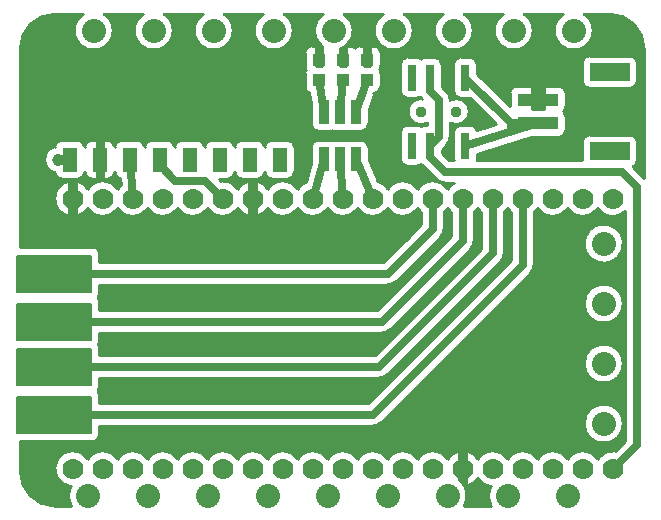
<source format=gtl>
G04 Generated by Ultiboard 12.0 *
%FSLAX25Y25*%
%MOIN*%

%ADD10C,0.00001*%
%ADD11C,0.01000*%
%ADD12C,0.00500*%
%ADD13C,0.02500*%
%ADD14R,0.05000X0.08000*%
%ADD15R,0.03543X0.07874*%
%ADD16C,0.03937*%
%ADD17C,0.09500*%
%ADD18C,0.08000*%
%ADD19R,0.04331X0.04331*%
%ADD20C,0.07000*%
%ADD21R,0.02953X0.08661*%
%ADD22C,0.03701*%
%ADD23R,0.13386X0.05906*%
%ADD24R,0.13780X0.04331*%


G04 ColorRGB 00FF00 for the following layer *
%LNCopper Top*%
%LPD*%
G54D10*
G36*
X173768Y83000D02*
X173768Y83000D01*
X173768Y100331D01*
G74*
D01*
G03X175000Y101683I3766J4669*
G01*
G75*
D01*
G03X185000Y101683I5000J3317*
G01*
G75*
D01*
G03X195000Y101683I5000J3317*
G01*
G75*
D01*
G03X204232Y100747I5000J3317*
G01*
X204232Y100747D01*
X204232Y24361D01*
X200815Y20944D01*
G75*
D01*
G03X195000Y18317I-816J-5943*
G01*
G75*
D01*
G03X185000Y18317I-5000J-3317*
G01*
G75*
D01*
G03X175000Y18317I-5000J-3317*
G01*
G75*
D01*
G03X165000Y18317I-5000J-3317*
G01*
G75*
D01*
G03X155000Y18317I-5000J-3317*
G01*
G74*
D01*
G03X151243Y20870I5000J3317*
G01*
X151243Y20870D01*
X151243Y16693D01*
G75*
D01*
G03X148757Y16693I-1243J-1693*
G01*
X148757Y16693D01*
X148757Y20870D01*
G74*
D01*
G03X145000Y18317I1243J5870*
G01*
G75*
D01*
G03X135000Y18317I-5000J-3317*
G01*
G75*
D01*
G03X125000Y18317I-5000J-3317*
G01*
G75*
D01*
G03X115000Y18317I-5000J-3317*
G01*
G75*
D01*
G03X105000Y18317I-5000J-3317*
G01*
G75*
D01*
G03X95000Y18317I-5000J-3317*
G01*
G75*
D01*
G03X85000Y18317I-5000J-3317*
G01*
G75*
D01*
G03X75000Y18317I-5000J-3317*
G01*
G75*
D01*
G03X65000Y18317I-5000J-3317*
G01*
G75*
D01*
G03X55000Y18317I-5000J-3317*
G01*
G75*
D01*
G03X45000Y18317I-5000J-3317*
G01*
G75*
D01*
G03X35000Y18317I-5000J-3317*
G01*
G75*
D01*
G03X25000Y18317I-5000J-3317*
G01*
G75*
D01*
G03X19258Y9046I-5000J-3317*
G01*
G75*
D01*
G03X19515Y2512I5741J-3046*
G01*
X19515Y2512D01*
X14115Y2512D01*
G74*
D01*
G03X14036Y2513I71J2512*
G01*
G75*
D01*
G02X2513Y14036I0J11523*
G01*
G74*
D01*
G03X2512Y14115I2513J8*
G01*
X2512Y14115D01*
X2512Y24084D01*
X27083Y24084D01*
G75*
D01*
G03X28671Y25672I0J1588*
G01*
X28671Y25672D01*
X28671Y29232D01*
X119996Y29232D01*
G75*
D01*
G03X121349Y29481I6J3768*
G01*
G74*
D01*
G03X122668Y30339I1350J3518*
G01*
X122668Y30339D01*
X172661Y80332D01*
G75*
D01*
G03X173768Y83000I-2661J2668*
G01*
D02*
G37*
%LPC*%
G36*
X190807Y91975D02*
G75*
D01*
G03X190807Y91975I6193J-1975*
G01*
D02*
G37*
G36*
X190500Y30000D02*
G75*
D01*
G03X190500Y30000I6500J0*
G01*
D02*
G37*
G36*
X190500Y50000D02*
G75*
D01*
G03X190500Y50000I6500J0*
G01*
D02*
G37*
G36*
X190500Y70000D02*
G75*
D01*
G03X190500Y70000I6500J0*
G01*
D02*
G37*
%LPD*%
G36*
X83517Y166488D02*
G75*
D01*
G03X90483Y166488I3483J-5487*
G01*
X90483Y166488D01*
X103517Y166488D01*
G75*
D01*
G03X102969Y155901I3481J-5488*
G01*
X102969Y155901D01*
X102969Y149331D01*
X101031Y149331D01*
X101031Y156024D01*
X99835Y156024D01*
G75*
D01*
G03X97323Y153512I0J-2512*
G01*
X97323Y153512D01*
X97323Y149181D01*
G75*
D01*
G03X97618Y148000I2512J0*
G01*
G74*
D01*
G03X97323Y146819I2216J1181*
G01*
X97323Y146819D01*
X97323Y142488D01*
G75*
D01*
G03X98888Y140161I2512J0*
G01*
X98888Y140161D01*
X99401Y136880D01*
X99401Y129937D01*
G75*
D01*
G03X101913Y127425I2512J0*
G01*
X101913Y127425D01*
X105457Y127425D01*
G74*
D01*
G03X106343Y127586I1J2512*
G01*
G75*
D01*
G03X107228Y127425I885J2351*
G01*
X107228Y127425D01*
X110772Y127425D01*
G74*
D01*
G03X111657Y127586I0J2512*
G01*
G75*
D01*
G03X112543Y127425I885J2351*
G01*
X112543Y127425D01*
X116087Y127425D01*
G75*
D01*
G03X118599Y129937I0J2512*
G01*
X118599Y129937D01*
X118599Y134756D01*
X120387Y139986D01*
G75*
D01*
G03X122677Y142488I-221J2501*
G01*
X122677Y142488D01*
X122677Y146819D01*
G74*
D01*
G03X122382Y148000I2512J0*
G01*
G75*
D01*
G03X122677Y149181I-2216J1181*
G01*
X122677Y149181D01*
X122677Y153512D01*
G74*
D01*
G03X120165Y156024I2512J0*
G01*
X120165Y156024D01*
X118969Y156024D01*
X118969Y149331D01*
X117031Y149331D01*
X117031Y156024D01*
X115835Y156024D01*
G75*
D01*
G03X114000Y155228I0J-2512*
G01*
G74*
D01*
G03X112165Y156024I1835J1716*
G01*
X112165Y156024D01*
X111182Y156024D01*
G75*
D01*
G03X110483Y166488I-4180J4976*
G01*
X110483Y166488D01*
X123517Y166488D01*
G75*
D01*
G03X130483Y166488I3483J-5487*
G01*
X130483Y166488D01*
X143517Y166488D01*
G75*
D01*
G03X150483Y166488I3483J-5487*
G01*
X150483Y166488D01*
X163517Y166488D01*
G75*
D01*
G03X170483Y166488I3483J-5487*
G01*
X170483Y166488D01*
X183517Y166488D01*
G75*
D01*
G03X190483Y166488I3483J-5487*
G01*
X190483Y166488D01*
X198885Y166488D01*
G75*
D01*
G03X198964Y166487I71J2512*
G01*
G74*
D01*
G02X210487Y154964I0J11523*
G01*
G75*
D01*
G03X210488Y154885I2513J-8*
G01*
X210488Y154885D01*
X210488Y111841D01*
X206750Y115579D01*
G75*
D01*
G03X208205Y117858I-1057J2279*
G01*
X208205Y117858D01*
X208205Y123764D01*
G74*
D01*
G03X205693Y126276I2512J0*
G01*
X205693Y126276D01*
X192307Y126276D01*
G75*
D01*
G03X189795Y123764I0J-2512*
G01*
X189795Y123764D01*
X189795Y117858D01*
G75*
D01*
G03X189797Y117768I2512J11*
G01*
X189797Y117768D01*
X154778Y117768D01*
G75*
D01*
G03X154847Y118350I-2442J585*
G01*
X154847Y118350D01*
X154847Y119960D01*
X172589Y125386D01*
X181890Y125386D01*
G75*
D01*
G03X184402Y127898I0J2512*
G01*
X184402Y127898D01*
X184402Y132228D01*
G74*
D01*
G03X183671Y134000I2512J1*
G01*
G75*
D01*
G03X184402Y135772I-1781J1771*
G01*
X184402Y135772D01*
X184402Y140102D01*
G74*
D01*
G03X181890Y142614I2512J0*
G01*
X181890Y142614D01*
X176947Y142614D01*
X176947Y134740D01*
X173053Y134740D01*
X173053Y142614D01*
X168110Y142614D01*
G75*
D01*
G03X165598Y140102I0J-2512*
G01*
X165598Y140102D01*
X165598Y135908D01*
X154847Y146659D01*
X154847Y149650D01*
G74*
D01*
G03X152335Y152162I2512J0*
G01*
X152335Y152162D01*
X149382Y152162D01*
G75*
D01*
G03X146870Y149650I0J-2512*
G01*
X146870Y149650D01*
X146870Y140988D01*
G75*
D01*
G03X149382Y138476I2512J0*
G01*
X149382Y138476D01*
X152335Y138476D01*
G74*
D01*
G03X152372Y138476I19J2512*
G01*
X152372Y138476D01*
X161096Y129752D01*
X154719Y127802D01*
G74*
D01*
G03X152335Y129524I2384J789*
G01*
X152335Y129524D01*
X149382Y129524D01*
G75*
D01*
G03X146870Y127012I0J-2512*
G01*
X146870Y127012D01*
X146870Y118350D01*
G75*
D01*
G03X146938Y117768I2512J-1*
G01*
X146938Y117768D01*
X145561Y117768D01*
X143036Y120293D01*
X143036Y121341D01*
X144661Y122966D01*
G75*
D01*
G03X145768Y125634I-2661J2668*
G01*
X145768Y125634D01*
X145768Y130211D01*
G75*
D01*
G03X145768Y137789I2137J3789*
G01*
X145768Y137789D01*
X145768Y138000D01*
G74*
D01*
G03X144661Y140668I3768J0*
G01*
X144661Y140668D01*
X143036Y142293D01*
X143036Y149650D01*
G74*
D01*
G03X140524Y152162I2512J0*
G01*
X140524Y152162D01*
X137571Y152162D01*
G75*
D01*
G03X136094Y151682I0J-2512*
G01*
G74*
D01*
G03X134618Y152162I1477J2031*
G01*
X134618Y152162D01*
X131665Y152162D01*
G75*
D01*
G03X129153Y149650I0J-2512*
G01*
X129153Y149650D01*
X129153Y140988D01*
G75*
D01*
G03X131665Y138476I2512J0*
G01*
X131665Y138476D01*
X134618Y138476D01*
G74*
D01*
G03X135925Y138843I0J2512*
G01*
G74*
D01*
G03X136328Y138344I3122J2109*
G01*
G75*
D01*
G03X138232Y130211I-232J-4344*
G01*
X138232Y130211D01*
X138232Y129524D01*
X137571Y129524D01*
G75*
D01*
G03X136094Y129044I0J-2512*
G01*
G74*
D01*
G03X134618Y129524I1477J2031*
G01*
X134618Y129524D01*
X131665Y129524D01*
G75*
D01*
G03X129153Y127012I0J-2512*
G01*
X129153Y127012D01*
X129153Y118350D01*
G75*
D01*
G03X131665Y115838I2512J0*
G01*
X131665Y115838D01*
X134618Y115838D01*
G74*
D01*
G03X136094Y116318I1J2512*
G01*
G74*
D01*
G03X136663Y116008I1476J2032*
G01*
X136663Y116008D01*
X141336Y111336D01*
G75*
D01*
G03X144004Y110232I2664J2663*
G01*
X144004Y110232D01*
X147063Y110232D01*
G74*
D01*
G03X145000Y108317I2936J5232*
G01*
G75*
D01*
G03X135000Y108317I-5000J-3317*
G01*
G75*
D01*
G03X125000Y108317I-5000J-3317*
G01*
G74*
D01*
G03X121602Y110782I5000J3317*
G01*
X121602Y110782D01*
X118599Y117716D01*
X118599Y122063D01*
G74*
D01*
G03X116087Y124575I2512J0*
G01*
X116087Y124575D01*
X112543Y124575D01*
G75*
D01*
G03X111657Y124414I-1J-2512*
G01*
G74*
D01*
G03X110772Y124575I885J2351*
G01*
X110772Y124575D01*
X107228Y124575D01*
G75*
D01*
G03X106343Y124414I0J-2512*
G01*
G74*
D01*
G03X105457Y124575I885J2351*
G01*
X105457Y124575D01*
X101913Y124575D01*
G75*
D01*
G03X99401Y122063I0J-2512*
G01*
X99401Y122063D01*
X99401Y116808D01*
X97634Y110514D01*
G74*
D01*
G03X95000Y108317I2366J5514*
G01*
G75*
D01*
G03X85000Y108317I-5000J-3317*
G01*
G74*
D01*
G03X81243Y110870I5000J3317*
G01*
X81243Y110870D01*
X81243Y106693D01*
G75*
D01*
G03X78757Y106693I-1243J-1693*
G01*
X78757Y106693D01*
X78757Y110870D01*
G74*
D01*
G03X75000Y108317I1243J5870*
G01*
G75*
D01*
G03X69363Y110966I-5000J-3317*
G01*
X69363Y110966D01*
X68841Y111488D01*
X71500Y111488D01*
G74*
D01*
G03X74000Y113754I0J2512*
G01*
G75*
D01*
G03X76500Y111488I2500J246*
G01*
X76500Y111488D01*
X81500Y111488D01*
G74*
D01*
G03X84000Y113754I0J2512*
G01*
G75*
D01*
G03X86500Y111488I2500J246*
G01*
X86500Y111488D01*
X91500Y111488D01*
G75*
D01*
G03X94012Y114000I0J2512*
G01*
X94012Y114000D01*
X94012Y122000D01*
G74*
D01*
G03X91500Y124512I2512J0*
G01*
X91500Y124512D01*
X86500Y124512D01*
G75*
D01*
G03X84000Y122246I0J-2512*
G01*
G74*
D01*
G03X81500Y124512I2500J246*
G01*
X81500Y124512D01*
X76500Y124512D01*
G75*
D01*
G03X74000Y122246I0J-2512*
G01*
G74*
D01*
G03X71500Y124512I2500J246*
G01*
X71500Y124512D01*
X66500Y124512D01*
G75*
D01*
G03X64000Y122246I0J-2512*
G01*
G74*
D01*
G03X61500Y124512I2500J246*
G01*
X61500Y124512D01*
X56500Y124512D01*
G75*
D01*
G03X54000Y122246I0J-2512*
G01*
G74*
D01*
G03X51500Y124512I2500J246*
G01*
X51500Y124512D01*
X46500Y124512D01*
G75*
D01*
G03X44000Y122246I0J-2512*
G01*
G74*
D01*
G03X41500Y124512I2500J246*
G01*
X41500Y124512D01*
X36500Y124512D01*
G75*
D01*
G03X34000Y122246I0J-2512*
G01*
G74*
D01*
G03X31500Y124512I2500J246*
G01*
X31500Y124512D01*
X30038Y124512D01*
X30038Y111488D01*
X31500Y111488D01*
G74*
D01*
G03X34000Y113754I0J2512*
G01*
G74*
D01*
G03X35916Y111557I2500J246*
G01*
X35916Y111557D01*
X36072Y109535D01*
G74*
D01*
G03X35000Y108317I3926J4536*
G01*
G75*
D01*
G03X25000Y108317I-5000J-3317*
G01*
G74*
D01*
G03X21243Y110870I5000J3317*
G01*
X21243Y110870D01*
X21243Y106693D01*
G75*
D01*
G03X18757Y106693I-1243J-1693*
G01*
X18757Y106693D01*
X18757Y110870D01*
G75*
D01*
G03X18757Y99130I1242J-5870*
G01*
X18757Y99130D01*
X18757Y103307D01*
G75*
D01*
G03X21243Y103307I1243J1693*
G01*
X21243Y103307D01*
X21243Y99130D01*
G74*
D01*
G03X25000Y101683I1243J5870*
G01*
G75*
D01*
G03X35000Y101683I5000J3317*
G01*
G75*
D01*
G03X45000Y101683I5000J3317*
G01*
G75*
D01*
G03X55000Y101683I5000J3317*
G01*
G75*
D01*
G03X65000Y101683I5000J3317*
G01*
G75*
D01*
G03X75000Y101683I5000J3317*
G01*
G74*
D01*
G03X78757Y99130I5000J3317*
G01*
X78757Y99130D01*
X78757Y103307D01*
G75*
D01*
G03X81243Y103307I1243J1693*
G01*
X81243Y103307D01*
X81243Y99130D01*
G74*
D01*
G03X85000Y101683I1243J5870*
G01*
G75*
D01*
G03X95000Y101683I5000J3317*
G01*
G75*
D01*
G03X105000Y101683I5000J3317*
G01*
G75*
D01*
G03X115000Y101683I5000J3317*
G01*
G75*
D01*
G03X125000Y101683I5000J3317*
G01*
G75*
D01*
G03X135000Y101683I5000J3317*
G01*
G74*
D01*
G03X136232Y100331I4999J3318*
G01*
X136232Y100331D01*
X136232Y96561D01*
X131646Y91975D01*
X123439Y83768D01*
X28750Y83768D01*
X28750Y87162D01*
G74*
D01*
G03X27162Y88750I1588J0*
G01*
X27162Y88750D01*
X2512Y88750D01*
X2512Y154885D01*
G75*
D01*
G03X2513Y154964I-2512J71*
G01*
G75*
D01*
G02X14036Y166487I11523J0*
G01*
G74*
D01*
G03X14115Y166488I8J2513*
G01*
X14115Y166488D01*
X23517Y166488D01*
G75*
D01*
G03X30483Y166488I3483J-5487*
G01*
X30483Y166488D01*
X43517Y166488D01*
G75*
D01*
G03X50483Y166488I3483J-5487*
G01*
X50483Y166488D01*
X63517Y166488D01*
G75*
D01*
G03X70483Y166488I3483J-5487*
G01*
X70483Y166488D01*
X83517Y166488D01*
D02*
G37*
%LPC*%
G36*
X208205Y144236D02*
X208205Y144236D01*
X208205Y150142D01*
G74*
D01*
G03X205693Y152654I2512J0*
G01*
X205693Y152654D01*
X192307Y152654D01*
G75*
D01*
G03X189795Y150142I0J-2512*
G01*
X189795Y150142D01*
X189795Y144236D01*
G75*
D01*
G03X192307Y141724I2512J0*
G01*
X192307Y141724D01*
X205693Y141724D01*
G75*
D01*
G03X208205Y144236I0J2512*
G01*
D02*
G37*
G36*
X24000Y113754D02*
G75*
D01*
G03X26500Y111488I2500J246*
G01*
X26500Y111488D01*
X27962Y111488D01*
X27962Y124512D01*
X26500Y124512D01*
G75*
D01*
G03X24000Y122246I0J-2512*
G01*
G74*
D01*
G03X21500Y124512I2500J246*
G01*
X21500Y124512D01*
X16500Y124512D01*
G75*
D01*
G03X14014Y122358I0J-2512*
G01*
G75*
D01*
G03X14014Y113642I985J-4358*
G01*
G75*
D01*
G03X16500Y111488I2485J357*
G01*
X16500Y111488D01*
X21500Y111488D01*
G74*
D01*
G03X24000Y113754I0J2512*
G01*
D02*
G37*
%LPD*%
G36*
X28671Y39996D02*
X28671Y39996D01*
X28671Y36768D01*
X118439Y36768D01*
X166232Y84561D01*
X166232Y100331D01*
G74*
D01*
G02X165000Y101683I3766J4669*
G01*
G74*
D01*
G02X163768Y100331I4999J3318*
G01*
X163768Y100331D01*
X163768Y86750D01*
G75*
D01*
G02X162661Y84082I-3768J0*
G01*
X162661Y84082D01*
X124918Y46339D01*
G74*
D01*
G02X123358Y45399I2667J2662*
G01*
G75*
D01*
G02X122246Y45232I-1109J3600*
G01*
X122246Y45232D01*
X28671Y45232D01*
X28671Y41672D01*
G75*
D01*
G02X28432Y40834I-1588J0*
G01*
G74*
D01*
G02X28671Y39996I1349J838*
G01*
D02*
G37*
G36*
X153768Y91000D02*
X153768Y91000D01*
X153768Y100331D01*
G74*
D01*
G03X155000Y101683I3766J4669*
G01*
G74*
D01*
G03X156232Y100331I4999J3318*
G01*
X156232Y100331D01*
X156232Y88311D01*
X120689Y52768D01*
X28671Y52768D01*
X28671Y55996D01*
G74*
D01*
G03X28646Y56273I1588J4*
G01*
G75*
D01*
G03X28750Y56838I-1483J565*
G01*
X28750Y56838D01*
X28750Y60232D01*
X122996Y60232D01*
G75*
D01*
G03X124179Y60421I5J3768*
G01*
G74*
D01*
G03X125668Y61339I1179J3579*
G01*
X125668Y61339D01*
X152661Y88332D01*
G75*
D01*
G03X153768Y91000I-2661J2668*
G01*
D02*
G37*
G36*
X28750Y71162D02*
X28750Y71162D01*
X28750Y67768D01*
X121439Y67768D01*
X146232Y92561D01*
X146232Y100331D01*
G74*
D01*
G02X145000Y101683I3766J4669*
G01*
G74*
D01*
G02X143768Y100331I4999J3318*
G01*
X143768Y100331D01*
X143768Y95000D01*
G75*
D01*
G02X142661Y92332I-3768J0*
G01*
X142661Y92332D01*
X142304Y91975D01*
X142304Y91975D01*
X127668Y77339D01*
G74*
D01*
G02X125389Y76252I2668J2661*
G01*
G75*
D01*
G02X124998Y76232I-388J3748*
G01*
X124998Y76232D01*
X28750Y76232D01*
X28750Y72838D01*
G75*
D01*
G02X28511Y72000I-1588J0*
G01*
G74*
D01*
G02X28750Y71162I1349J838*
G01*
D02*
G37*
G36*
X1256Y74000D02*
X1256Y74000D01*
X1256Y86000D01*
X26000Y86000D01*
X26000Y74000D01*
X1256Y74000D01*
D02*
G37*
G36*
X1256Y58000D02*
X1256Y58000D01*
X1256Y70000D01*
X26000Y70000D01*
X26000Y58000D01*
X1256Y58000D01*
D02*
G37*
G36*
X1256Y42834D02*
X1256Y42834D01*
X1256Y54834D01*
X25921Y54834D01*
X25921Y42834D01*
X1256Y42834D01*
D02*
G37*
G36*
X1256Y26834D02*
X1256Y26834D01*
X1256Y38834D01*
X25921Y38834D01*
X25921Y26834D01*
X1256Y26834D01*
D02*
G37*
G36*
X155000Y11683D02*
G74*
D01*
G02X151243Y9130I5000J3317*
G01*
X151243Y9130D01*
X151243Y13307D01*
G75*
D01*
G02X148757Y13307I-1243J1693*
G01*
X148757Y13307D01*
X148757Y11304D01*
G75*
D01*
G02X150485Y2512I-3756J-5304*
G01*
X150485Y2512D01*
X159515Y2512D01*
G75*
D01*
G02X159258Y9046I5485J3488*
G01*
G74*
D01*
G02X155000Y11683I742J5954*
G01*
D02*
G37*
G36*
X109031Y154826D02*
G74*
D01*
G03X110969Y155852I2028J6174*
G01*
X110969Y155852D01*
X110969Y149331D01*
X109031Y149331D01*
X109031Y154826D01*
D02*
G37*
G54D11*
X190807Y91975D02*
G75*
D01*
G03X190807Y91975I6193J-1975*
G01*
X190500Y30000D02*
G75*
D01*
G03X190500Y30000I6500J0*
G01*
X190500Y50000D02*
G75*
D01*
G03X190500Y50000I6500J0*
G01*
X190500Y70000D02*
G75*
D01*
G03X190500Y70000I6500J0*
G01*
X173768Y83000D02*
X173768Y100331D01*
G74*
D01*
G03X175000Y101683I3766J4669*
G01*
G75*
D01*
G03X185000Y101683I5000J3317*
G01*
G75*
D01*
G03X195000Y101683I5000J3317*
G01*
G75*
D01*
G03X204232Y100747I5000J3317*
G01*
X204232Y24361D01*
X200815Y20944D01*
G75*
D01*
G03X195000Y18317I-816J-5943*
G01*
G75*
D01*
G03X185000Y18317I-5000J-3317*
G01*
G75*
D01*
G03X175000Y18317I-5000J-3317*
G01*
G75*
D01*
G03X165000Y18317I-5000J-3317*
G01*
G75*
D01*
G03X155000Y18317I-5000J-3317*
G01*
G74*
D01*
G03X151243Y20870I5000J3317*
G01*
X151243Y16693D01*
G75*
D01*
G03X148757Y16693I-1243J-1693*
G01*
X148757Y20870D01*
G74*
D01*
G03X145000Y18317I1243J5870*
G01*
G75*
D01*
G03X135000Y18317I-5000J-3317*
G01*
G75*
D01*
G03X125000Y18317I-5000J-3317*
G01*
G75*
D01*
G03X115000Y18317I-5000J-3317*
G01*
G75*
D01*
G03X105000Y18317I-5000J-3317*
G01*
G75*
D01*
G03X95000Y18317I-5000J-3317*
G01*
G75*
D01*
G03X85000Y18317I-5000J-3317*
G01*
G75*
D01*
G03X75000Y18317I-5000J-3317*
G01*
G75*
D01*
G03X65000Y18317I-5000J-3317*
G01*
G75*
D01*
G03X55000Y18317I-5000J-3317*
G01*
G75*
D01*
G03X45000Y18317I-5000J-3317*
G01*
G75*
D01*
G03X35000Y18317I-5000J-3317*
G01*
G75*
D01*
G03X25000Y18317I-5000J-3317*
G01*
G75*
D01*
G03X19258Y9046I-5000J-3317*
G01*
G75*
D01*
G03X19515Y2512I5741J-3046*
G01*
X14115Y2512D01*
G74*
D01*
G03X14036Y2513I71J2512*
G01*
G75*
D01*
G02X2513Y14036I0J11523*
G01*
G74*
D01*
G03X2512Y14115I2513J8*
G01*
X2512Y24084D01*
X27083Y24084D01*
G75*
D01*
G03X28671Y25672I0J1588*
G01*
X28671Y29232D01*
X119996Y29232D01*
G75*
D01*
G03X121349Y29481I6J3768*
G01*
G74*
D01*
G03X122668Y30339I1350J3518*
G01*
X172661Y80332D01*
G75*
D01*
G03X173768Y83000I-2661J2668*
G01*
X155000Y11683D02*
G74*
D01*
G02X151243Y9130I5000J3317*
G01*
X151243Y13307D01*
G75*
D01*
G02X148757Y13307I-1243J1693*
G01*
X148757Y11304D01*
G75*
D01*
G02X150485Y2512I-3756J-5304*
G01*
X159515Y2512D01*
G75*
D01*
G02X159258Y9046I5485J3488*
G01*
G74*
D01*
G02X155000Y11683I742J5954*
G01*
X28671Y39996D02*
X28671Y36768D01*
X118439Y36768D01*
X166232Y84561D01*
X166232Y100331D01*
G74*
D01*
G02X165000Y101683I3766J4669*
G01*
G74*
D01*
G02X163768Y100331I4999J3318*
G01*
X163768Y86750D01*
G75*
D01*
G02X162661Y84082I-3768J0*
G01*
X124918Y46339D01*
G74*
D01*
G02X123358Y45399I2667J2662*
G01*
G75*
D01*
G02X122246Y45232I-1109J3600*
G01*
X28671Y45232D01*
X28671Y41672D01*
G75*
D01*
G02X28432Y40834I-1588J0*
G01*
G74*
D01*
G02X28671Y39996I1349J838*
G01*
X153768Y91000D02*
X153768Y100331D01*
G74*
D01*
G03X155000Y101683I3766J4669*
G01*
G74*
D01*
G03X156232Y100331I4999J3318*
G01*
X156232Y88311D01*
X120689Y52768D01*
X28671Y52768D01*
X28671Y55996D01*
G74*
D01*
G03X28646Y56273I1588J4*
G01*
G75*
D01*
G03X28750Y56838I-1483J565*
G01*
X28750Y60232D01*
X122996Y60232D01*
G75*
D01*
G03X124179Y60421I5J3768*
G01*
G74*
D01*
G03X125668Y61339I1179J3579*
G01*
X152661Y88332D01*
G75*
D01*
G03X153768Y91000I-2661J2668*
G01*
X28750Y71162D02*
X28750Y67768D01*
X121439Y67768D01*
X146232Y92561D01*
X146232Y100331D01*
G74*
D01*
G02X145000Y101683I3766J4669*
G01*
G74*
D01*
G02X143768Y100331I4999J3318*
G01*
X143768Y95000D01*
G75*
D01*
G02X142661Y92332I-3768J0*
G01*
X142304Y91975D01*
X142304Y91975D01*
X127668Y77339D01*
G74*
D01*
G02X125389Y76252I2668J2661*
G01*
G75*
D01*
G02X124998Y76232I-388J3748*
G01*
X28750Y76232D01*
X28750Y72838D01*
G75*
D01*
G02X28511Y72000I-1588J0*
G01*
G74*
D01*
G02X28750Y71162I1349J838*
G01*
X208205Y144236D02*
X208205Y150142D01*
G74*
D01*
G03X205693Y152654I2512J0*
G01*
X192307Y152654D01*
G75*
D01*
G03X189795Y150142I0J-2512*
G01*
X189795Y144236D01*
G75*
D01*
G03X192307Y141724I2512J0*
G01*
X205693Y141724D01*
G75*
D01*
G03X208205Y144236I0J2512*
G01*
X24000Y113754D02*
G75*
D01*
G03X26500Y111488I2500J246*
G01*
X27962Y111488D01*
X27962Y124512D01*
X26500Y124512D01*
G75*
D01*
G03X24000Y122246I0J-2512*
G01*
G74*
D01*
G03X21500Y124512I2500J246*
G01*
X16500Y124512D01*
G75*
D01*
G03X14014Y122358I0J-2512*
G01*
G75*
D01*
G03X14014Y113642I985J-4358*
G01*
G75*
D01*
G03X16500Y111488I2485J357*
G01*
X21500Y111488D01*
G74*
D01*
G03X24000Y113754I0J2512*
G01*
X83517Y166488D02*
G75*
D01*
G03X90483Y166488I3483J-5487*
G01*
X103517Y166488D01*
G75*
D01*
G03X102969Y155901I3481J-5488*
G01*
X102969Y149331D01*
X101031Y149331D01*
X101031Y156024D01*
X99835Y156024D01*
G75*
D01*
G03X97323Y153512I0J-2512*
G01*
X97323Y149181D01*
G75*
D01*
G03X97618Y148000I2512J0*
G01*
G74*
D01*
G03X97323Y146819I2216J1181*
G01*
X97323Y142488D01*
G75*
D01*
G03X98888Y140161I2512J0*
G01*
X99401Y136880D01*
X99401Y129937D01*
G75*
D01*
G03X101913Y127425I2512J0*
G01*
X105457Y127425D01*
G74*
D01*
G03X106343Y127586I1J2512*
G01*
G75*
D01*
G03X107228Y127425I885J2351*
G01*
X110772Y127425D01*
G74*
D01*
G03X111657Y127586I0J2512*
G01*
G75*
D01*
G03X112543Y127425I885J2351*
G01*
X116087Y127425D01*
G75*
D01*
G03X118599Y129937I0J2512*
G01*
X118599Y134756D01*
X120387Y139986D01*
G75*
D01*
G03X122677Y142488I-221J2501*
G01*
X122677Y146819D01*
G74*
D01*
G03X122382Y148000I2512J0*
G01*
G75*
D01*
G03X122677Y149181I-2216J1181*
G01*
X122677Y153512D01*
G74*
D01*
G03X120165Y156024I2512J0*
G01*
X118969Y156024D01*
X118969Y149331D01*
X117031Y149331D01*
X117031Y156024D01*
X115835Y156024D01*
G75*
D01*
G03X114000Y155228I0J-2512*
G01*
G74*
D01*
G03X112165Y156024I1835J1716*
G01*
X111182Y156024D01*
G75*
D01*
G03X110483Y166488I-4180J4976*
G01*
X123517Y166488D01*
G75*
D01*
G03X130483Y166488I3483J-5487*
G01*
X143517Y166488D01*
G75*
D01*
G03X150483Y166488I3483J-5487*
G01*
X163517Y166488D01*
G75*
D01*
G03X170483Y166488I3483J-5487*
G01*
X183517Y166488D01*
G75*
D01*
G03X190483Y166488I3483J-5487*
G01*
X198885Y166488D01*
G75*
D01*
G03X198964Y166487I71J2512*
G01*
G74*
D01*
G02X210487Y154964I0J11523*
G01*
G75*
D01*
G03X210488Y154885I2513J-8*
G01*
X210488Y111841D01*
X206750Y115579D01*
G75*
D01*
G03X208205Y117858I-1057J2279*
G01*
X208205Y123764D01*
G74*
D01*
G03X205693Y126276I2512J0*
G01*
X192307Y126276D01*
G75*
D01*
G03X189795Y123764I0J-2512*
G01*
X189795Y117858D01*
G75*
D01*
G03X189797Y117768I2512J11*
G01*
X154778Y117768D01*
G75*
D01*
G03X154847Y118350I-2442J585*
G01*
X154847Y119960D01*
X172589Y125386D01*
X181890Y125386D01*
G75*
D01*
G03X184402Y127898I0J2512*
G01*
X184402Y132228D01*
G74*
D01*
G03X183671Y134000I2512J1*
G01*
G75*
D01*
G03X184402Y135772I-1781J1771*
G01*
X184402Y140102D01*
G74*
D01*
G03X181890Y142614I2512J0*
G01*
X176947Y142614D01*
X176947Y134740D01*
X173053Y134740D01*
X173053Y142614D01*
X168110Y142614D01*
G75*
D01*
G03X165598Y140102I0J-2512*
G01*
X165598Y135908D01*
X154847Y146659D01*
X154847Y149650D01*
G74*
D01*
G03X152335Y152162I2512J0*
G01*
X149382Y152162D01*
G75*
D01*
G03X146870Y149650I0J-2512*
G01*
X146870Y140988D01*
G75*
D01*
G03X149382Y138476I2512J0*
G01*
X152335Y138476D01*
G74*
D01*
G03X152372Y138476I19J2512*
G01*
X161096Y129752D01*
X154719Y127802D01*
G74*
D01*
G03X152335Y129524I2384J789*
G01*
X149382Y129524D01*
G75*
D01*
G03X146870Y127012I0J-2512*
G01*
X146870Y118350D01*
G75*
D01*
G03X146938Y117768I2512J-1*
G01*
X145561Y117768D01*
X143036Y120293D01*
X143036Y121341D01*
X144661Y122966D01*
G75*
D01*
G03X145768Y125634I-2661J2668*
G01*
X145768Y130211D01*
G75*
D01*
G03X145768Y137789I2137J3789*
G01*
X145768Y138000D01*
G74*
D01*
G03X144661Y140668I3768J0*
G01*
X143036Y142293D01*
X143036Y149650D01*
G74*
D01*
G03X140524Y152162I2512J0*
G01*
X137571Y152162D01*
G75*
D01*
G03X136094Y151682I0J-2512*
G01*
G74*
D01*
G03X134618Y152162I1477J2031*
G01*
X131665Y152162D01*
G75*
D01*
G03X129153Y149650I0J-2512*
G01*
X129153Y140988D01*
G75*
D01*
G03X131665Y138476I2512J0*
G01*
X134618Y138476D01*
G74*
D01*
G03X135925Y138843I0J2512*
G01*
G74*
D01*
G03X136328Y138344I3122J2109*
G01*
G75*
D01*
G03X138232Y130211I-232J-4344*
G01*
X138232Y129524D01*
X137571Y129524D01*
G75*
D01*
G03X136094Y129044I0J-2512*
G01*
G74*
D01*
G03X134618Y129524I1477J2031*
G01*
X131665Y129524D01*
G75*
D01*
G03X129153Y127012I0J-2512*
G01*
X129153Y118350D01*
G75*
D01*
G03X131665Y115838I2512J0*
G01*
X134618Y115838D01*
G74*
D01*
G03X136094Y116318I1J2512*
G01*
G74*
D01*
G03X136663Y116008I1476J2032*
G01*
X141336Y111336D01*
G75*
D01*
G03X144004Y110232I2664J2663*
G01*
X147063Y110232D01*
G74*
D01*
G03X145000Y108317I2936J5232*
G01*
G75*
D01*
G03X135000Y108317I-5000J-3317*
G01*
G75*
D01*
G03X125000Y108317I-5000J-3317*
G01*
G74*
D01*
G03X121602Y110782I5000J3317*
G01*
X118599Y117716D01*
X118599Y122063D01*
G74*
D01*
G03X116087Y124575I2512J0*
G01*
X112543Y124575D01*
G75*
D01*
G03X111657Y124414I-1J-2512*
G01*
G74*
D01*
G03X110772Y124575I885J2351*
G01*
X107228Y124575D01*
G75*
D01*
G03X106343Y124414I0J-2512*
G01*
G74*
D01*
G03X105457Y124575I885J2351*
G01*
X101913Y124575D01*
G75*
D01*
G03X99401Y122063I0J-2512*
G01*
X99401Y116808D01*
X97634Y110514D01*
G74*
D01*
G03X95000Y108317I2366J5514*
G01*
G75*
D01*
G03X85000Y108317I-5000J-3317*
G01*
G74*
D01*
G03X81243Y110870I5000J3317*
G01*
X81243Y106693D01*
G75*
D01*
G03X78757Y106693I-1243J-1693*
G01*
X78757Y110870D01*
G74*
D01*
G03X75000Y108317I1243J5870*
G01*
G75*
D01*
G03X69363Y110966I-5000J-3317*
G01*
X68841Y111488D01*
X71500Y111488D01*
G74*
D01*
G03X74000Y113754I0J2512*
G01*
G75*
D01*
G03X76500Y111488I2500J246*
G01*
X81500Y111488D01*
G74*
D01*
G03X84000Y113754I0J2512*
G01*
G75*
D01*
G03X86500Y111488I2500J246*
G01*
X91500Y111488D01*
G75*
D01*
G03X94012Y114000I0J2512*
G01*
X94012Y122000D01*
G74*
D01*
G03X91500Y124512I2512J0*
G01*
X86500Y124512D01*
G75*
D01*
G03X84000Y122246I0J-2512*
G01*
G74*
D01*
G03X81500Y124512I2500J246*
G01*
X76500Y124512D01*
G75*
D01*
G03X74000Y122246I0J-2512*
G01*
G74*
D01*
G03X71500Y124512I2500J246*
G01*
X66500Y124512D01*
G75*
D01*
G03X64000Y122246I0J-2512*
G01*
G74*
D01*
G03X61500Y124512I2500J246*
G01*
X56500Y124512D01*
G75*
D01*
G03X54000Y122246I0J-2512*
G01*
G74*
D01*
G03X51500Y124512I2500J246*
G01*
X46500Y124512D01*
G75*
D01*
G03X44000Y122246I0J-2512*
G01*
G74*
D01*
G03X41500Y124512I2500J246*
G01*
X36500Y124512D01*
G75*
D01*
G03X34000Y122246I0J-2512*
G01*
G74*
D01*
G03X31500Y124512I2500J246*
G01*
X30038Y124512D01*
X30038Y111488D01*
X31500Y111488D01*
G74*
D01*
G03X34000Y113754I0J2512*
G01*
G74*
D01*
G03X35916Y111557I2500J246*
G01*
X36072Y109535D01*
G74*
D01*
G03X35000Y108317I3926J4536*
G01*
G75*
D01*
G03X25000Y108317I-5000J-3317*
G01*
G74*
D01*
G03X21243Y110870I5000J3317*
G01*
X21243Y106693D01*
G75*
D01*
G03X18757Y106693I-1243J-1693*
G01*
X18757Y110870D01*
G75*
D01*
G03X18757Y99130I1242J-5870*
G01*
X18757Y103307D01*
G75*
D01*
G03X21243Y103307I1243J1693*
G01*
X21243Y99130D01*
G74*
D01*
G03X25000Y101683I1243J5870*
G01*
G75*
D01*
G03X35000Y101683I5000J3317*
G01*
G75*
D01*
G03X45000Y101683I5000J3317*
G01*
G75*
D01*
G03X55000Y101683I5000J3317*
G01*
G75*
D01*
G03X65000Y101683I5000J3317*
G01*
G75*
D01*
G03X75000Y101683I5000J3317*
G01*
G74*
D01*
G03X78757Y99130I5000J3317*
G01*
X78757Y103307D01*
G75*
D01*
G03X81243Y103307I1243J1693*
G01*
X81243Y99130D01*
G74*
D01*
G03X85000Y101683I1243J5870*
G01*
G75*
D01*
G03X95000Y101683I5000J3317*
G01*
G75*
D01*
G03X105000Y101683I5000J3317*
G01*
G75*
D01*
G03X115000Y101683I5000J3317*
G01*
G75*
D01*
G03X125000Y101683I5000J3317*
G01*
G75*
D01*
G03X135000Y101683I5000J3317*
G01*
G74*
D01*
G03X136232Y100331I4999J3318*
G01*
X136232Y96561D01*
X131646Y91975D01*
X123439Y83768D01*
X28750Y83768D01*
X28750Y87162D01*
G74*
D01*
G03X27162Y88750I1588J0*
G01*
X2512Y88750D01*
X2512Y154885D01*
G75*
D01*
G03X2513Y154964I-2512J71*
G01*
G75*
D01*
G02X14036Y166487I11523J0*
G01*
G74*
D01*
G03X14115Y166488I8J2513*
G01*
X23517Y166488D01*
G75*
D01*
G03X30483Y166488I3483J-5487*
G01*
X43517Y166488D01*
G75*
D01*
G03X50483Y166488I3483J-5487*
G01*
X63517Y166488D01*
G75*
D01*
G03X70483Y166488I3483J-5487*
G01*
X83517Y166488D01*
X109031Y154826D02*
G74*
D01*
G03X110969Y155852I2028J6174*
G01*
X110969Y149331D01*
X109031Y149331D01*
X109031Y154826D01*
G54D12*
X1256Y74000D02*
X1256Y86000D01*
X26000Y86000D01*
X26000Y74000D01*
X1256Y74000D01*
X1256Y58000D02*
X1256Y70000D01*
X26000Y70000D01*
X26000Y58000D01*
X1256Y58000D01*
X1256Y42834D02*
X1256Y54834D01*
X25921Y54834D01*
X25921Y42834D01*
X1256Y42834D01*
X1256Y26834D02*
X1256Y38834D01*
X25921Y38834D01*
X25921Y26834D01*
X1256Y26834D01*
G54D13*
X175000Y130063D02*
X150858Y122681D01*
X175000Y130063D02*
X166114Y130063D01*
X150858Y145319D01*
X166089Y130089D02*
X166089Y127474D01*
X139047Y145319D02*
X139047Y140953D01*
X142000Y138000D01*
X142000Y125634D02*
X142000Y138000D01*
X142000Y125634D02*
X139047Y122681D01*
X139047Y118953D01*
X144000Y114000D01*
X203000Y114000D01*
X208000Y109000D01*
X103685Y133874D02*
X102000Y144654D01*
X110000Y144654D02*
X109000Y133874D01*
X114315Y133874D02*
X118000Y144654D01*
X103685Y118126D02*
X100000Y105000D01*
X109000Y118126D02*
X110000Y105000D01*
X114315Y118126D02*
X120000Y105000D01*
X64000Y111000D02*
X70000Y105000D01*
X49000Y116250D02*
X54250Y111000D01*
X64000Y111000D01*
X49000Y116250D02*
X49000Y118000D01*
X39214Y117816D02*
X40184Y105214D01*
X39214Y117816D02*
X39000Y118000D01*
X40184Y105214D02*
X40000Y105000D01*
X208000Y22800D02*
X200200Y15000D01*
X200000Y15000D01*
X208000Y109000D02*
X208000Y22800D01*
X15000Y118000D02*
X19000Y118000D01*
G36*
X17719Y118000D02*
X17719Y118000D01*
X15190Y117307D01*
X15190Y118693D01*
X17719Y118000D01*
D02*
G37*
X15190Y117307D01*
X15190Y118693D01*
X17719Y118000D01*
X140000Y105000D02*
X140000Y95000D01*
X125000Y80000D01*
X8000Y80000D01*
X150000Y105000D02*
X150000Y91000D01*
X123000Y64000D01*
X8000Y64000D01*
X170000Y105000D02*
X170000Y83000D01*
X120000Y33000D01*
X8000Y33000D01*
X160000Y86750D02*
X122250Y49000D01*
X8000Y49000D01*
X160000Y105000D02*
X160000Y86750D01*
G54D14*
X19000Y118000D03*
X29000Y118000D03*
X39000Y118000D03*
X49000Y118000D03*
X59000Y118000D03*
X69000Y118000D03*
X79000Y118000D03*
X89000Y118000D03*
G54D15*
X109000Y118126D03*
X103685Y118126D03*
X114315Y118126D03*
X109000Y133874D03*
X103685Y133874D03*
X114315Y133874D03*
G54D16*
X15000Y118000D03*
X72000Y88000D03*
G54D17*
X8000Y64000D03*
X8000Y80000D03*
X8000Y49000D03*
X8000Y33000D03*
G54D18*
X25000Y6000D03*
X45000Y6000D03*
X65000Y6000D03*
X85000Y6000D03*
X105000Y6000D03*
X125000Y6000D03*
X145000Y6000D03*
X165000Y6000D03*
X185000Y6000D03*
X27000Y161000D03*
X47000Y161000D03*
X67000Y161000D03*
X87000Y161000D03*
X107000Y161000D03*
X127000Y161000D03*
X147000Y161000D03*
X167000Y161000D03*
X187000Y161000D03*
X197000Y30000D03*
X197000Y50000D03*
X197000Y70000D03*
X197000Y90000D03*
G54D19*
X118000Y144654D03*
X118000Y151346D03*
X102000Y144654D03*
X102000Y151346D03*
X110000Y144654D03*
X110000Y151346D03*
G54D20*
X200000Y105000D03*
X190000Y105000D03*
X180000Y105000D03*
X170000Y105000D03*
X160000Y105000D03*
X150000Y105000D03*
X140000Y105000D03*
X130000Y105000D03*
X120000Y105000D03*
X110000Y105000D03*
X100000Y105000D03*
X90000Y105000D03*
X80000Y105000D03*
X70000Y105000D03*
X60000Y105000D03*
X50000Y105000D03*
X40000Y105000D03*
X30000Y105000D03*
X20000Y105000D03*
X200000Y15000D03*
X190000Y15000D03*
X180000Y15000D03*
X170000Y15000D03*
X160000Y15000D03*
X150000Y15000D03*
X140000Y15000D03*
X130000Y15000D03*
X120000Y15000D03*
X110000Y15000D03*
X100000Y15000D03*
X90000Y15000D03*
X80000Y15000D03*
X70000Y15000D03*
X60000Y15000D03*
X50000Y15000D03*
X40000Y15000D03*
X30000Y15000D03*
X20000Y15000D03*
G54D21*
X133142Y122681D03*
X139047Y122681D03*
X150858Y122681D03*
X133142Y145319D03*
X139047Y145319D03*
X150858Y145319D03*
G54D22*
X147906Y134000D03*
X136094Y134000D03*
G54D23*
X199000Y120811D03*
X199000Y147189D03*
G54D24*
X175000Y130063D03*
X175000Y137937D03*

M00*

</source>
